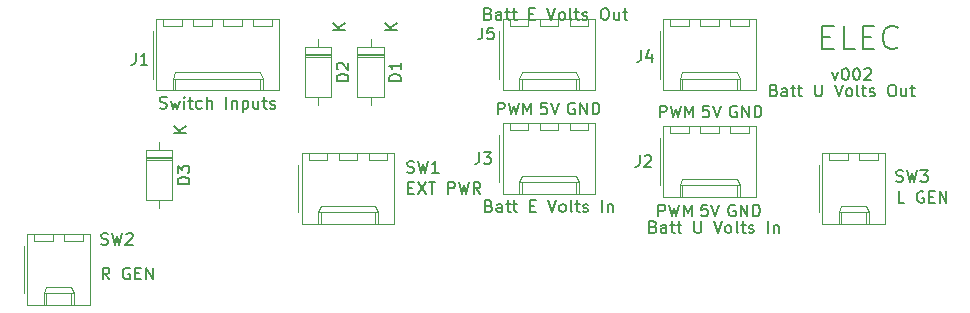
<source format=gbr>
G04 #@! TF.GenerationSoftware,KiCad,Pcbnew,(5.1.5-0-10_14)*
G04 #@! TF.CreationDate,2021-05-10T12:45:42+10:00*
G04 #@! TF.ProjectId,OH - Right Console - 1 - Electrical Power,4f48202d-2052-4696-9768-7420436f6e73,rev?*
G04 #@! TF.SameCoordinates,Original*
G04 #@! TF.FileFunction,Legend,Top*
G04 #@! TF.FilePolarity,Positive*
%FSLAX46Y46*%
G04 Gerber Fmt 4.6, Leading zero omitted, Abs format (unit mm)*
G04 Created by KiCad (PCBNEW (5.1.5-0-10_14)) date 2021-05-10 12:45:42*
%MOMM*%
%LPD*%
G04 APERTURE LIST*
%ADD10C,0.150000*%
%ADD11C,0.120000*%
G04 APERTURE END LIST*
D10*
X151511095Y-94750000D02*
X151415857Y-94702380D01*
X151273000Y-94702380D01*
X151130142Y-94750000D01*
X151034904Y-94845238D01*
X150987285Y-94940476D01*
X150939666Y-95130952D01*
X150939666Y-95273809D01*
X150987285Y-95464285D01*
X151034904Y-95559523D01*
X151130142Y-95654761D01*
X151273000Y-95702380D01*
X151368238Y-95702380D01*
X151511095Y-95654761D01*
X151558714Y-95607142D01*
X151558714Y-95273809D01*
X151368238Y-95273809D01*
X151987285Y-95702380D02*
X151987285Y-94702380D01*
X152558714Y-95702380D01*
X152558714Y-94702380D01*
X153034904Y-95702380D02*
X153034904Y-94702380D01*
X153273000Y-94702380D01*
X153415857Y-94750000D01*
X153511095Y-94845238D01*
X153558714Y-94940476D01*
X153606333Y-95130952D01*
X153606333Y-95273809D01*
X153558714Y-95464285D01*
X153511095Y-95559523D01*
X153415857Y-95654761D01*
X153273000Y-95702380D01*
X153034904Y-95702380D01*
X145026238Y-95702380D02*
X145026238Y-94702380D01*
X145407190Y-94702380D01*
X145502428Y-94750000D01*
X145550047Y-94797619D01*
X145597666Y-94892857D01*
X145597666Y-95035714D01*
X145550047Y-95130952D01*
X145502428Y-95178571D01*
X145407190Y-95226190D01*
X145026238Y-95226190D01*
X145931000Y-94702380D02*
X146169095Y-95702380D01*
X146359571Y-94988095D01*
X146550047Y-95702380D01*
X146788142Y-94702380D01*
X147169095Y-95702380D02*
X147169095Y-94702380D01*
X147502428Y-95416666D01*
X147835761Y-94702380D01*
X147835761Y-95702380D01*
X149161523Y-94702380D02*
X148685333Y-94702380D01*
X148637714Y-95178571D01*
X148685333Y-95130952D01*
X148780571Y-95083333D01*
X149018666Y-95083333D01*
X149113904Y-95130952D01*
X149161523Y-95178571D01*
X149209142Y-95273809D01*
X149209142Y-95511904D01*
X149161523Y-95607142D01*
X149113904Y-95654761D01*
X149018666Y-95702380D01*
X148780571Y-95702380D01*
X148685333Y-95654761D01*
X148637714Y-95607142D01*
X149494857Y-94702380D02*
X149828190Y-95702380D01*
X150161523Y-94702380D01*
X149288523Y-86320380D02*
X148812333Y-86320380D01*
X148764714Y-86796571D01*
X148812333Y-86748952D01*
X148907571Y-86701333D01*
X149145666Y-86701333D01*
X149240904Y-86748952D01*
X149288523Y-86796571D01*
X149336142Y-86891809D01*
X149336142Y-87129904D01*
X149288523Y-87225142D01*
X149240904Y-87272761D01*
X149145666Y-87320380D01*
X148907571Y-87320380D01*
X148812333Y-87272761D01*
X148764714Y-87225142D01*
X149621857Y-86320380D02*
X149955190Y-87320380D01*
X150288523Y-86320380D01*
X145153238Y-87320380D02*
X145153238Y-86320380D01*
X145534190Y-86320380D01*
X145629428Y-86368000D01*
X145677047Y-86415619D01*
X145724666Y-86510857D01*
X145724666Y-86653714D01*
X145677047Y-86748952D01*
X145629428Y-86796571D01*
X145534190Y-86844190D01*
X145153238Y-86844190D01*
X146058000Y-86320380D02*
X146296095Y-87320380D01*
X146486571Y-86606095D01*
X146677047Y-87320380D01*
X146915142Y-86320380D01*
X147296095Y-87320380D02*
X147296095Y-86320380D01*
X147629428Y-87034666D01*
X147962761Y-86320380D01*
X147962761Y-87320380D01*
X151638095Y-86368000D02*
X151542857Y-86320380D01*
X151400000Y-86320380D01*
X151257142Y-86368000D01*
X151161904Y-86463238D01*
X151114285Y-86558476D01*
X151066666Y-86748952D01*
X151066666Y-86891809D01*
X151114285Y-87082285D01*
X151161904Y-87177523D01*
X151257142Y-87272761D01*
X151400000Y-87320380D01*
X151495238Y-87320380D01*
X151638095Y-87272761D01*
X151685714Y-87225142D01*
X151685714Y-86891809D01*
X151495238Y-86891809D01*
X152114285Y-87320380D02*
X152114285Y-86320380D01*
X152685714Y-87320380D01*
X152685714Y-86320380D01*
X153161904Y-87320380D02*
X153161904Y-86320380D01*
X153400000Y-86320380D01*
X153542857Y-86368000D01*
X153638095Y-86463238D01*
X153685714Y-86558476D01*
X153733333Y-86748952D01*
X153733333Y-86891809D01*
X153685714Y-87082285D01*
X153638095Y-87177523D01*
X153542857Y-87272761D01*
X153400000Y-87320380D01*
X153161904Y-87320380D01*
X137922095Y-86114000D02*
X137826857Y-86066380D01*
X137684000Y-86066380D01*
X137541142Y-86114000D01*
X137445904Y-86209238D01*
X137398285Y-86304476D01*
X137350666Y-86494952D01*
X137350666Y-86637809D01*
X137398285Y-86828285D01*
X137445904Y-86923523D01*
X137541142Y-87018761D01*
X137684000Y-87066380D01*
X137779238Y-87066380D01*
X137922095Y-87018761D01*
X137969714Y-86971142D01*
X137969714Y-86637809D01*
X137779238Y-86637809D01*
X138398285Y-87066380D02*
X138398285Y-86066380D01*
X138969714Y-87066380D01*
X138969714Y-86066380D01*
X139445904Y-87066380D02*
X139445904Y-86066380D01*
X139684000Y-86066380D01*
X139826857Y-86114000D01*
X139922095Y-86209238D01*
X139969714Y-86304476D01*
X140017333Y-86494952D01*
X140017333Y-86637809D01*
X139969714Y-86828285D01*
X139922095Y-86923523D01*
X139826857Y-87018761D01*
X139684000Y-87066380D01*
X139445904Y-87066380D01*
X135572523Y-86066380D02*
X135096333Y-86066380D01*
X135048714Y-86542571D01*
X135096333Y-86494952D01*
X135191571Y-86447333D01*
X135429666Y-86447333D01*
X135524904Y-86494952D01*
X135572523Y-86542571D01*
X135620142Y-86637809D01*
X135620142Y-86875904D01*
X135572523Y-86971142D01*
X135524904Y-87018761D01*
X135429666Y-87066380D01*
X135191571Y-87066380D01*
X135096333Y-87018761D01*
X135048714Y-86971142D01*
X135905857Y-86066380D02*
X136239190Y-87066380D01*
X136572523Y-86066380D01*
X131437238Y-87066380D02*
X131437238Y-86066380D01*
X131818190Y-86066380D01*
X131913428Y-86114000D01*
X131961047Y-86161619D01*
X132008666Y-86256857D01*
X132008666Y-86399714D01*
X131961047Y-86494952D01*
X131913428Y-86542571D01*
X131818190Y-86590190D01*
X131437238Y-86590190D01*
X132342000Y-86066380D02*
X132580095Y-87066380D01*
X132770571Y-86352095D01*
X132961047Y-87066380D01*
X133199142Y-86066380D01*
X133580095Y-87066380D02*
X133580095Y-86066380D01*
X133913428Y-86780666D01*
X134246761Y-86066380D01*
X134246761Y-87066380D01*
X159750333Y-83478714D02*
X159988428Y-84145380D01*
X160226523Y-83478714D01*
X160797952Y-83145380D02*
X160893190Y-83145380D01*
X160988428Y-83193000D01*
X161036047Y-83240619D01*
X161083666Y-83335857D01*
X161131285Y-83526333D01*
X161131285Y-83764428D01*
X161083666Y-83954904D01*
X161036047Y-84050142D01*
X160988428Y-84097761D01*
X160893190Y-84145380D01*
X160797952Y-84145380D01*
X160702714Y-84097761D01*
X160655095Y-84050142D01*
X160607476Y-83954904D01*
X160559857Y-83764428D01*
X160559857Y-83526333D01*
X160607476Y-83335857D01*
X160655095Y-83240619D01*
X160702714Y-83193000D01*
X160797952Y-83145380D01*
X161750333Y-83145380D02*
X161845571Y-83145380D01*
X161940809Y-83193000D01*
X161988428Y-83240619D01*
X162036047Y-83335857D01*
X162083666Y-83526333D01*
X162083666Y-83764428D01*
X162036047Y-83954904D01*
X161988428Y-84050142D01*
X161940809Y-84097761D01*
X161845571Y-84145380D01*
X161750333Y-84145380D01*
X161655095Y-84097761D01*
X161607476Y-84050142D01*
X161559857Y-83954904D01*
X161512238Y-83764428D01*
X161512238Y-83526333D01*
X161559857Y-83335857D01*
X161607476Y-83240619D01*
X161655095Y-83193000D01*
X161750333Y-83145380D01*
X162464619Y-83240619D02*
X162512238Y-83193000D01*
X162607476Y-83145380D01*
X162845571Y-83145380D01*
X162940809Y-83193000D01*
X162988428Y-83240619D01*
X163036047Y-83335857D01*
X163036047Y-83431095D01*
X162988428Y-83573952D01*
X162417000Y-84145380D01*
X163036047Y-84145380D01*
X158909142Y-80502142D02*
X159575809Y-80502142D01*
X159861523Y-81549761D02*
X158909142Y-81549761D01*
X158909142Y-79549761D01*
X159861523Y-79549761D01*
X161671047Y-81549761D02*
X160718666Y-81549761D01*
X160718666Y-79549761D01*
X162337714Y-80502142D02*
X163004380Y-80502142D01*
X163290095Y-81549761D02*
X162337714Y-81549761D01*
X162337714Y-79549761D01*
X163290095Y-79549761D01*
X165290095Y-81359285D02*
X165194857Y-81454523D01*
X164909142Y-81549761D01*
X164718666Y-81549761D01*
X164432952Y-81454523D01*
X164242476Y-81264047D01*
X164147238Y-81073571D01*
X164052000Y-80692619D01*
X164052000Y-80406904D01*
X164147238Y-80025952D01*
X164242476Y-79835476D01*
X164432952Y-79645000D01*
X164718666Y-79549761D01*
X164909142Y-79549761D01*
X165194857Y-79645000D01*
X165290095Y-79740238D01*
D11*
X139103000Y-79612000D02*
X139103000Y-79012000D01*
X137503000Y-79612000D02*
X139103000Y-79612000D01*
X137503000Y-79012000D02*
X137503000Y-79612000D01*
X136563000Y-79612000D02*
X136563000Y-79012000D01*
X134963000Y-79612000D02*
X136563000Y-79612000D01*
X134963000Y-79012000D02*
X134963000Y-79612000D01*
X134023000Y-79612000D02*
X134023000Y-79012000D01*
X132423000Y-79612000D02*
X134023000Y-79612000D01*
X132423000Y-79012000D02*
X132423000Y-79612000D01*
X138053000Y-85032000D02*
X138053000Y-84032000D01*
X133473000Y-85032000D02*
X133473000Y-84032000D01*
X138053000Y-83502000D02*
X138303000Y-84032000D01*
X133473000Y-83502000D02*
X138053000Y-83502000D01*
X133223000Y-84032000D02*
X133473000Y-83502000D01*
X138303000Y-84032000D02*
X138303000Y-85032000D01*
X133223000Y-84032000D02*
X138303000Y-84032000D01*
X133223000Y-85032000D02*
X133223000Y-84032000D01*
X131553000Y-80042000D02*
X131553000Y-84042000D01*
X139683000Y-79012000D02*
X131843000Y-79012000D01*
X139683000Y-85032000D02*
X139683000Y-79012000D01*
X131843000Y-85032000D02*
X139683000Y-85032000D01*
X131843000Y-79012000D02*
X131843000Y-85032000D01*
X152692000Y-79612000D02*
X152692000Y-79012000D01*
X151092000Y-79612000D02*
X152692000Y-79612000D01*
X151092000Y-79012000D02*
X151092000Y-79612000D01*
X150152000Y-79612000D02*
X150152000Y-79012000D01*
X148552000Y-79612000D02*
X150152000Y-79612000D01*
X148552000Y-79012000D02*
X148552000Y-79612000D01*
X147612000Y-79612000D02*
X147612000Y-79012000D01*
X146012000Y-79612000D02*
X147612000Y-79612000D01*
X146012000Y-79012000D02*
X146012000Y-79612000D01*
X151642000Y-85032000D02*
X151642000Y-84032000D01*
X147062000Y-85032000D02*
X147062000Y-84032000D01*
X151642000Y-83502000D02*
X151892000Y-84032000D01*
X147062000Y-83502000D02*
X151642000Y-83502000D01*
X146812000Y-84032000D02*
X147062000Y-83502000D01*
X151892000Y-84032000D02*
X151892000Y-85032000D01*
X146812000Y-84032000D02*
X151892000Y-84032000D01*
X146812000Y-85032000D02*
X146812000Y-84032000D01*
X145142000Y-80042000D02*
X145142000Y-84042000D01*
X153272000Y-79012000D02*
X145432000Y-79012000D01*
X153272000Y-85032000D02*
X153272000Y-79012000D01*
X145432000Y-85032000D02*
X153272000Y-85032000D01*
X145432000Y-79012000D02*
X145432000Y-85032000D01*
X139103000Y-88375000D02*
X139103000Y-87775000D01*
X137503000Y-88375000D02*
X139103000Y-88375000D01*
X137503000Y-87775000D02*
X137503000Y-88375000D01*
X136563000Y-88375000D02*
X136563000Y-87775000D01*
X134963000Y-88375000D02*
X136563000Y-88375000D01*
X134963000Y-87775000D02*
X134963000Y-88375000D01*
X134023000Y-88375000D02*
X134023000Y-87775000D01*
X132423000Y-88375000D02*
X134023000Y-88375000D01*
X132423000Y-87775000D02*
X132423000Y-88375000D01*
X138053000Y-93795000D02*
X138053000Y-92795000D01*
X133473000Y-93795000D02*
X133473000Y-92795000D01*
X138053000Y-92265000D02*
X138303000Y-92795000D01*
X133473000Y-92265000D02*
X138053000Y-92265000D01*
X133223000Y-92795000D02*
X133473000Y-92265000D01*
X138303000Y-92795000D02*
X138303000Y-93795000D01*
X133223000Y-92795000D02*
X138303000Y-92795000D01*
X133223000Y-93795000D02*
X133223000Y-92795000D01*
X131553000Y-88805000D02*
X131553000Y-92805000D01*
X139683000Y-87775000D02*
X131843000Y-87775000D01*
X139683000Y-93795000D02*
X139683000Y-87775000D01*
X131843000Y-93795000D02*
X139683000Y-93795000D01*
X131843000Y-87775000D02*
X131843000Y-93795000D01*
X152692000Y-88629000D02*
X152692000Y-88029000D01*
X151092000Y-88629000D02*
X152692000Y-88629000D01*
X151092000Y-88029000D02*
X151092000Y-88629000D01*
X150152000Y-88629000D02*
X150152000Y-88029000D01*
X148552000Y-88629000D02*
X150152000Y-88629000D01*
X148552000Y-88029000D02*
X148552000Y-88629000D01*
X147612000Y-88629000D02*
X147612000Y-88029000D01*
X146012000Y-88629000D02*
X147612000Y-88629000D01*
X146012000Y-88029000D02*
X146012000Y-88629000D01*
X151642000Y-94049000D02*
X151642000Y-93049000D01*
X147062000Y-94049000D02*
X147062000Y-93049000D01*
X151642000Y-92519000D02*
X151892000Y-93049000D01*
X147062000Y-92519000D02*
X151642000Y-92519000D01*
X146812000Y-93049000D02*
X147062000Y-92519000D01*
X151892000Y-93049000D02*
X151892000Y-94049000D01*
X146812000Y-93049000D02*
X151892000Y-93049000D01*
X146812000Y-94049000D02*
X146812000Y-93049000D01*
X145142000Y-89059000D02*
X145142000Y-93059000D01*
X153272000Y-88029000D02*
X145432000Y-88029000D01*
X153272000Y-94049000D02*
X153272000Y-88029000D01*
X145432000Y-94049000D02*
X153272000Y-94049000D01*
X145432000Y-88029000D02*
X145432000Y-94049000D01*
X112306000Y-79612000D02*
X112306000Y-79012000D01*
X110706000Y-79612000D02*
X112306000Y-79612000D01*
X110706000Y-79012000D02*
X110706000Y-79612000D01*
X109766000Y-79612000D02*
X109766000Y-79012000D01*
X108166000Y-79612000D02*
X109766000Y-79612000D01*
X108166000Y-79012000D02*
X108166000Y-79612000D01*
X107226000Y-79612000D02*
X107226000Y-79012000D01*
X105626000Y-79612000D02*
X107226000Y-79612000D01*
X105626000Y-79012000D02*
X105626000Y-79612000D01*
X104686000Y-79612000D02*
X104686000Y-79012000D01*
X103086000Y-79612000D02*
X104686000Y-79612000D01*
X103086000Y-79012000D02*
X103086000Y-79612000D01*
X111256000Y-85032000D02*
X111256000Y-84032000D01*
X104136000Y-85032000D02*
X104136000Y-84032000D01*
X111256000Y-83502000D02*
X111506000Y-84032000D01*
X104136000Y-83502000D02*
X111256000Y-83502000D01*
X103886000Y-84032000D02*
X104136000Y-83502000D01*
X111506000Y-84032000D02*
X111506000Y-85032000D01*
X103886000Y-84032000D02*
X111506000Y-84032000D01*
X103886000Y-85032000D02*
X103886000Y-84032000D01*
X102216000Y-80042000D02*
X102216000Y-84042000D01*
X112886000Y-79012000D02*
X102506000Y-79012000D01*
X112886000Y-85032000D02*
X112886000Y-79012000D01*
X102506000Y-85032000D02*
X112886000Y-85032000D01*
X102506000Y-79012000D02*
X102506000Y-85032000D01*
X163614000Y-90915000D02*
X163614000Y-90315000D01*
X162014000Y-90915000D02*
X163614000Y-90915000D01*
X162014000Y-90315000D02*
X162014000Y-90915000D01*
X161074000Y-90915000D02*
X161074000Y-90315000D01*
X159474000Y-90915000D02*
X161074000Y-90915000D01*
X159474000Y-90315000D02*
X159474000Y-90915000D01*
X162564000Y-96335000D02*
X162564000Y-95335000D01*
X160524000Y-96335000D02*
X160524000Y-95335000D01*
X162564000Y-94805000D02*
X162814000Y-95335000D01*
X160524000Y-94805000D02*
X162564000Y-94805000D01*
X160274000Y-95335000D02*
X160524000Y-94805000D01*
X162814000Y-95335000D02*
X162814000Y-96335000D01*
X160274000Y-95335000D02*
X162814000Y-95335000D01*
X160274000Y-96335000D02*
X160274000Y-95335000D01*
X158604000Y-91345000D02*
X158604000Y-95345000D01*
X164194000Y-90315000D02*
X158894000Y-90315000D01*
X164194000Y-96335000D02*
X164194000Y-90315000D01*
X158894000Y-96335000D02*
X164194000Y-96335000D01*
X158894000Y-90315000D02*
X158894000Y-96335000D01*
X96304000Y-97773000D02*
X96304000Y-97173000D01*
X94704000Y-97773000D02*
X96304000Y-97773000D01*
X94704000Y-97173000D02*
X94704000Y-97773000D01*
X93764000Y-97773000D02*
X93764000Y-97173000D01*
X92164000Y-97773000D02*
X93764000Y-97773000D01*
X92164000Y-97173000D02*
X92164000Y-97773000D01*
X95254000Y-103193000D02*
X95254000Y-102193000D01*
X93214000Y-103193000D02*
X93214000Y-102193000D01*
X95254000Y-101663000D02*
X95504000Y-102193000D01*
X93214000Y-101663000D02*
X95254000Y-101663000D01*
X92964000Y-102193000D02*
X93214000Y-101663000D01*
X95504000Y-102193000D02*
X95504000Y-103193000D01*
X92964000Y-102193000D02*
X95504000Y-102193000D01*
X92964000Y-103193000D02*
X92964000Y-102193000D01*
X91294000Y-98203000D02*
X91294000Y-102203000D01*
X96884000Y-97173000D02*
X91584000Y-97173000D01*
X96884000Y-103193000D02*
X96884000Y-97173000D01*
X91584000Y-103193000D02*
X96884000Y-103193000D01*
X91584000Y-97173000D02*
X91584000Y-103193000D01*
X122085000Y-90915000D02*
X122085000Y-90315000D01*
X120485000Y-90915000D02*
X122085000Y-90915000D01*
X120485000Y-90315000D02*
X120485000Y-90915000D01*
X119545000Y-90915000D02*
X119545000Y-90315000D01*
X117945000Y-90915000D02*
X119545000Y-90915000D01*
X117945000Y-90315000D02*
X117945000Y-90915000D01*
X117005000Y-90915000D02*
X117005000Y-90315000D01*
X115405000Y-90915000D02*
X117005000Y-90915000D01*
X115405000Y-90315000D02*
X115405000Y-90915000D01*
X121035000Y-96335000D02*
X121035000Y-95335000D01*
X116455000Y-96335000D02*
X116455000Y-95335000D01*
X121035000Y-94805000D02*
X121285000Y-95335000D01*
X116455000Y-94805000D02*
X121035000Y-94805000D01*
X116205000Y-95335000D02*
X116455000Y-94805000D01*
X121285000Y-95335000D02*
X121285000Y-96335000D01*
X116205000Y-95335000D02*
X121285000Y-95335000D01*
X116205000Y-96335000D02*
X116205000Y-95335000D01*
X114535000Y-91345000D02*
X114535000Y-95345000D01*
X122665000Y-90315000D02*
X114825000Y-90315000D01*
X122665000Y-96335000D02*
X122665000Y-90315000D01*
X114825000Y-96335000D02*
X122665000Y-96335000D01*
X114825000Y-90315000D02*
X114825000Y-96335000D01*
X103863000Y-90682000D02*
X101623000Y-90682000D01*
X103863000Y-90922000D02*
X101623000Y-90922000D01*
X103863000Y-90802000D02*
X101623000Y-90802000D01*
X102743000Y-94972000D02*
X102743000Y-94322000D01*
X102743000Y-89432000D02*
X102743000Y-90082000D01*
X103863000Y-94322000D02*
X103863000Y-90082000D01*
X101623000Y-94322000D02*
X103863000Y-94322000D01*
X101623000Y-90082000D02*
X101623000Y-94322000D01*
X103863000Y-90082000D02*
X101623000Y-90082000D01*
X117325000Y-81962000D02*
X115085000Y-81962000D01*
X117325000Y-82202000D02*
X115085000Y-82202000D01*
X117325000Y-82082000D02*
X115085000Y-82082000D01*
X116205000Y-86252000D02*
X116205000Y-85602000D01*
X116205000Y-80712000D02*
X116205000Y-81362000D01*
X117325000Y-85602000D02*
X117325000Y-81362000D01*
X115085000Y-85602000D02*
X117325000Y-85602000D01*
X115085000Y-81362000D02*
X115085000Y-85602000D01*
X117325000Y-81362000D02*
X115085000Y-81362000D01*
X121770000Y-81962000D02*
X119530000Y-81962000D01*
X121770000Y-82202000D02*
X119530000Y-82202000D01*
X121770000Y-82082000D02*
X119530000Y-82082000D01*
X120650000Y-86252000D02*
X120650000Y-85602000D01*
X120650000Y-80712000D02*
X120650000Y-81362000D01*
X121770000Y-85602000D02*
X121770000Y-81362000D01*
X119530000Y-85602000D02*
X121770000Y-85602000D01*
X119530000Y-81362000D02*
X119530000Y-85602000D01*
X121770000Y-81362000D02*
X119530000Y-81362000D01*
D10*
X130095666Y-79716380D02*
X130095666Y-80430666D01*
X130048047Y-80573523D01*
X129952809Y-80668761D01*
X129809952Y-80716380D01*
X129714714Y-80716380D01*
X131048047Y-79716380D02*
X130571857Y-79716380D01*
X130524238Y-80192571D01*
X130571857Y-80144952D01*
X130667095Y-80097333D01*
X130905190Y-80097333D01*
X131000428Y-80144952D01*
X131048047Y-80192571D01*
X131095666Y-80287809D01*
X131095666Y-80525904D01*
X131048047Y-80621142D01*
X131000428Y-80668761D01*
X130905190Y-80716380D01*
X130667095Y-80716380D01*
X130571857Y-80668761D01*
X130524238Y-80621142D01*
X130628142Y-78541571D02*
X130771000Y-78589190D01*
X130818619Y-78636809D01*
X130866238Y-78732047D01*
X130866238Y-78874904D01*
X130818619Y-78970142D01*
X130771000Y-79017761D01*
X130675761Y-79065380D01*
X130294809Y-79065380D01*
X130294809Y-78065380D01*
X130628142Y-78065380D01*
X130723380Y-78113000D01*
X130771000Y-78160619D01*
X130818619Y-78255857D01*
X130818619Y-78351095D01*
X130771000Y-78446333D01*
X130723380Y-78493952D01*
X130628142Y-78541571D01*
X130294809Y-78541571D01*
X131723380Y-79065380D02*
X131723380Y-78541571D01*
X131675761Y-78446333D01*
X131580523Y-78398714D01*
X131390047Y-78398714D01*
X131294809Y-78446333D01*
X131723380Y-79017761D02*
X131628142Y-79065380D01*
X131390047Y-79065380D01*
X131294809Y-79017761D01*
X131247190Y-78922523D01*
X131247190Y-78827285D01*
X131294809Y-78732047D01*
X131390047Y-78684428D01*
X131628142Y-78684428D01*
X131723380Y-78636809D01*
X132056714Y-78398714D02*
X132437666Y-78398714D01*
X132199571Y-78065380D02*
X132199571Y-78922523D01*
X132247190Y-79017761D01*
X132342428Y-79065380D01*
X132437666Y-79065380D01*
X132628142Y-78398714D02*
X133009095Y-78398714D01*
X132771000Y-78065380D02*
X132771000Y-78922523D01*
X132818619Y-79017761D01*
X132913857Y-79065380D01*
X133009095Y-79065380D01*
X134104333Y-78541571D02*
X134437666Y-78541571D01*
X134580523Y-79065380D02*
X134104333Y-79065380D01*
X134104333Y-78065380D01*
X134580523Y-78065380D01*
X135628142Y-78065380D02*
X135961476Y-79065380D01*
X136294809Y-78065380D01*
X136771000Y-79065380D02*
X136675761Y-79017761D01*
X136628142Y-78970142D01*
X136580523Y-78874904D01*
X136580523Y-78589190D01*
X136628142Y-78493952D01*
X136675761Y-78446333D01*
X136771000Y-78398714D01*
X136913857Y-78398714D01*
X137009095Y-78446333D01*
X137056714Y-78493952D01*
X137104333Y-78589190D01*
X137104333Y-78874904D01*
X137056714Y-78970142D01*
X137009095Y-79017761D01*
X136913857Y-79065380D01*
X136771000Y-79065380D01*
X137675761Y-79065380D02*
X137580523Y-79017761D01*
X137532904Y-78922523D01*
X137532904Y-78065380D01*
X137913857Y-78398714D02*
X138294809Y-78398714D01*
X138056714Y-78065380D02*
X138056714Y-78922523D01*
X138104333Y-79017761D01*
X138199571Y-79065380D01*
X138294809Y-79065380D01*
X138580523Y-79017761D02*
X138675761Y-79065380D01*
X138866238Y-79065380D01*
X138961476Y-79017761D01*
X139009095Y-78922523D01*
X139009095Y-78874904D01*
X138961476Y-78779666D01*
X138866238Y-78732047D01*
X138723380Y-78732047D01*
X138628142Y-78684428D01*
X138580523Y-78589190D01*
X138580523Y-78541571D01*
X138628142Y-78446333D01*
X138723380Y-78398714D01*
X138866238Y-78398714D01*
X138961476Y-78446333D01*
X140390047Y-78065380D02*
X140580523Y-78065380D01*
X140675761Y-78113000D01*
X140771000Y-78208238D01*
X140818619Y-78398714D01*
X140818619Y-78732047D01*
X140771000Y-78922523D01*
X140675761Y-79017761D01*
X140580523Y-79065380D01*
X140390047Y-79065380D01*
X140294809Y-79017761D01*
X140199571Y-78922523D01*
X140151952Y-78732047D01*
X140151952Y-78398714D01*
X140199571Y-78208238D01*
X140294809Y-78113000D01*
X140390047Y-78065380D01*
X141675761Y-78398714D02*
X141675761Y-79065380D01*
X141247190Y-78398714D02*
X141247190Y-78922523D01*
X141294809Y-79017761D01*
X141390047Y-79065380D01*
X141532904Y-79065380D01*
X141628142Y-79017761D01*
X141675761Y-78970142D01*
X142009095Y-78398714D02*
X142390047Y-78398714D01*
X142151952Y-78065380D02*
X142151952Y-78922523D01*
X142199571Y-79017761D01*
X142294809Y-79065380D01*
X142390047Y-79065380D01*
X143557666Y-81621380D02*
X143557666Y-82335666D01*
X143510047Y-82478523D01*
X143414809Y-82573761D01*
X143271952Y-82621380D01*
X143176714Y-82621380D01*
X144462428Y-81954714D02*
X144462428Y-82621380D01*
X144224333Y-81573761D02*
X143986238Y-82288047D01*
X144605285Y-82288047D01*
X154813714Y-85018571D02*
X154956571Y-85066190D01*
X155004190Y-85113809D01*
X155051809Y-85209047D01*
X155051809Y-85351904D01*
X155004190Y-85447142D01*
X154956571Y-85494761D01*
X154861333Y-85542380D01*
X154480380Y-85542380D01*
X154480380Y-84542380D01*
X154813714Y-84542380D01*
X154908952Y-84590000D01*
X154956571Y-84637619D01*
X155004190Y-84732857D01*
X155004190Y-84828095D01*
X154956571Y-84923333D01*
X154908952Y-84970952D01*
X154813714Y-85018571D01*
X154480380Y-85018571D01*
X155908952Y-85542380D02*
X155908952Y-85018571D01*
X155861333Y-84923333D01*
X155766095Y-84875714D01*
X155575619Y-84875714D01*
X155480380Y-84923333D01*
X155908952Y-85494761D02*
X155813714Y-85542380D01*
X155575619Y-85542380D01*
X155480380Y-85494761D01*
X155432761Y-85399523D01*
X155432761Y-85304285D01*
X155480380Y-85209047D01*
X155575619Y-85161428D01*
X155813714Y-85161428D01*
X155908952Y-85113809D01*
X156242285Y-84875714D02*
X156623238Y-84875714D01*
X156385142Y-84542380D02*
X156385142Y-85399523D01*
X156432761Y-85494761D01*
X156528000Y-85542380D01*
X156623238Y-85542380D01*
X156813714Y-84875714D02*
X157194666Y-84875714D01*
X156956571Y-84542380D02*
X156956571Y-85399523D01*
X157004190Y-85494761D01*
X157099428Y-85542380D01*
X157194666Y-85542380D01*
X158289904Y-84542380D02*
X158289904Y-85351904D01*
X158337523Y-85447142D01*
X158385142Y-85494761D01*
X158480380Y-85542380D01*
X158670857Y-85542380D01*
X158766095Y-85494761D01*
X158813714Y-85447142D01*
X158861333Y-85351904D01*
X158861333Y-84542380D01*
X159956571Y-84542380D02*
X160289904Y-85542380D01*
X160623238Y-84542380D01*
X161099428Y-85542380D02*
X161004190Y-85494761D01*
X160956571Y-85447142D01*
X160908952Y-85351904D01*
X160908952Y-85066190D01*
X160956571Y-84970952D01*
X161004190Y-84923333D01*
X161099428Y-84875714D01*
X161242285Y-84875714D01*
X161337523Y-84923333D01*
X161385142Y-84970952D01*
X161432761Y-85066190D01*
X161432761Y-85351904D01*
X161385142Y-85447142D01*
X161337523Y-85494761D01*
X161242285Y-85542380D01*
X161099428Y-85542380D01*
X162004190Y-85542380D02*
X161908952Y-85494761D01*
X161861333Y-85399523D01*
X161861333Y-84542380D01*
X162242285Y-84875714D02*
X162623238Y-84875714D01*
X162385142Y-84542380D02*
X162385142Y-85399523D01*
X162432761Y-85494761D01*
X162528000Y-85542380D01*
X162623238Y-85542380D01*
X162908952Y-85494761D02*
X163004190Y-85542380D01*
X163194666Y-85542380D01*
X163289904Y-85494761D01*
X163337523Y-85399523D01*
X163337523Y-85351904D01*
X163289904Y-85256666D01*
X163194666Y-85209047D01*
X163051809Y-85209047D01*
X162956571Y-85161428D01*
X162908952Y-85066190D01*
X162908952Y-85018571D01*
X162956571Y-84923333D01*
X163051809Y-84875714D01*
X163194666Y-84875714D01*
X163289904Y-84923333D01*
X164718476Y-84542380D02*
X164908952Y-84542380D01*
X165004190Y-84590000D01*
X165099428Y-84685238D01*
X165147047Y-84875714D01*
X165147047Y-85209047D01*
X165099428Y-85399523D01*
X165004190Y-85494761D01*
X164908952Y-85542380D01*
X164718476Y-85542380D01*
X164623238Y-85494761D01*
X164528000Y-85399523D01*
X164480380Y-85209047D01*
X164480380Y-84875714D01*
X164528000Y-84685238D01*
X164623238Y-84590000D01*
X164718476Y-84542380D01*
X166004190Y-84875714D02*
X166004190Y-85542380D01*
X165575619Y-84875714D02*
X165575619Y-85399523D01*
X165623238Y-85494761D01*
X165718476Y-85542380D01*
X165861333Y-85542380D01*
X165956571Y-85494761D01*
X166004190Y-85447142D01*
X166337523Y-84875714D02*
X166718476Y-84875714D01*
X166480380Y-84542380D02*
X166480380Y-85399523D01*
X166528000Y-85494761D01*
X166623238Y-85542380D01*
X166718476Y-85542380D01*
X129841666Y-90257380D02*
X129841666Y-90971666D01*
X129794047Y-91114523D01*
X129698809Y-91209761D01*
X129555952Y-91257380D01*
X129460714Y-91257380D01*
X130222619Y-90257380D02*
X130841666Y-90257380D01*
X130508333Y-90638333D01*
X130651190Y-90638333D01*
X130746428Y-90685952D01*
X130794047Y-90733571D01*
X130841666Y-90828809D01*
X130841666Y-91066904D01*
X130794047Y-91162142D01*
X130746428Y-91209761D01*
X130651190Y-91257380D01*
X130365476Y-91257380D01*
X130270238Y-91209761D01*
X130222619Y-91162142D01*
X130691571Y-94813571D02*
X130834428Y-94861190D01*
X130882047Y-94908809D01*
X130929666Y-95004047D01*
X130929666Y-95146904D01*
X130882047Y-95242142D01*
X130834428Y-95289761D01*
X130739190Y-95337380D01*
X130358238Y-95337380D01*
X130358238Y-94337380D01*
X130691571Y-94337380D01*
X130786809Y-94385000D01*
X130834428Y-94432619D01*
X130882047Y-94527857D01*
X130882047Y-94623095D01*
X130834428Y-94718333D01*
X130786809Y-94765952D01*
X130691571Y-94813571D01*
X130358238Y-94813571D01*
X131786809Y-95337380D02*
X131786809Y-94813571D01*
X131739190Y-94718333D01*
X131643952Y-94670714D01*
X131453476Y-94670714D01*
X131358238Y-94718333D01*
X131786809Y-95289761D02*
X131691571Y-95337380D01*
X131453476Y-95337380D01*
X131358238Y-95289761D01*
X131310619Y-95194523D01*
X131310619Y-95099285D01*
X131358238Y-95004047D01*
X131453476Y-94956428D01*
X131691571Y-94956428D01*
X131786809Y-94908809D01*
X132120142Y-94670714D02*
X132501095Y-94670714D01*
X132263000Y-94337380D02*
X132263000Y-95194523D01*
X132310619Y-95289761D01*
X132405857Y-95337380D01*
X132501095Y-95337380D01*
X132691571Y-94670714D02*
X133072523Y-94670714D01*
X132834428Y-94337380D02*
X132834428Y-95194523D01*
X132882047Y-95289761D01*
X132977285Y-95337380D01*
X133072523Y-95337380D01*
X134167761Y-94813571D02*
X134501095Y-94813571D01*
X134643952Y-95337380D02*
X134167761Y-95337380D01*
X134167761Y-94337380D01*
X134643952Y-94337380D01*
X135691571Y-94337380D02*
X136024904Y-95337380D01*
X136358238Y-94337380D01*
X136834428Y-95337380D02*
X136739190Y-95289761D01*
X136691571Y-95242142D01*
X136643952Y-95146904D01*
X136643952Y-94861190D01*
X136691571Y-94765952D01*
X136739190Y-94718333D01*
X136834428Y-94670714D01*
X136977285Y-94670714D01*
X137072523Y-94718333D01*
X137120142Y-94765952D01*
X137167761Y-94861190D01*
X137167761Y-95146904D01*
X137120142Y-95242142D01*
X137072523Y-95289761D01*
X136977285Y-95337380D01*
X136834428Y-95337380D01*
X137739190Y-95337380D02*
X137643952Y-95289761D01*
X137596333Y-95194523D01*
X137596333Y-94337380D01*
X137977285Y-94670714D02*
X138358238Y-94670714D01*
X138120142Y-94337380D02*
X138120142Y-95194523D01*
X138167761Y-95289761D01*
X138263000Y-95337380D01*
X138358238Y-95337380D01*
X138643952Y-95289761D02*
X138739190Y-95337380D01*
X138929666Y-95337380D01*
X139024904Y-95289761D01*
X139072523Y-95194523D01*
X139072523Y-95146904D01*
X139024904Y-95051666D01*
X138929666Y-95004047D01*
X138786809Y-95004047D01*
X138691571Y-94956428D01*
X138643952Y-94861190D01*
X138643952Y-94813571D01*
X138691571Y-94718333D01*
X138786809Y-94670714D01*
X138929666Y-94670714D01*
X139024904Y-94718333D01*
X140263000Y-95337380D02*
X140263000Y-94337380D01*
X140739190Y-94670714D02*
X140739190Y-95337380D01*
X140739190Y-94765952D02*
X140786809Y-94718333D01*
X140882047Y-94670714D01*
X141024904Y-94670714D01*
X141120142Y-94718333D01*
X141167761Y-94813571D01*
X141167761Y-95337380D01*
X143430666Y-90511380D02*
X143430666Y-91225666D01*
X143383047Y-91368523D01*
X143287809Y-91463761D01*
X143144952Y-91511380D01*
X143049714Y-91511380D01*
X143859238Y-90606619D02*
X143906857Y-90559000D01*
X144002095Y-90511380D01*
X144240190Y-90511380D01*
X144335428Y-90559000D01*
X144383047Y-90606619D01*
X144430666Y-90701857D01*
X144430666Y-90797095D01*
X144383047Y-90939952D01*
X143811619Y-91511380D01*
X144430666Y-91511380D01*
X144590142Y-96575571D02*
X144733000Y-96623190D01*
X144780619Y-96670809D01*
X144828238Y-96766047D01*
X144828238Y-96908904D01*
X144780619Y-97004142D01*
X144733000Y-97051761D01*
X144637761Y-97099380D01*
X144256809Y-97099380D01*
X144256809Y-96099380D01*
X144590142Y-96099380D01*
X144685380Y-96147000D01*
X144733000Y-96194619D01*
X144780619Y-96289857D01*
X144780619Y-96385095D01*
X144733000Y-96480333D01*
X144685380Y-96527952D01*
X144590142Y-96575571D01*
X144256809Y-96575571D01*
X145685380Y-97099380D02*
X145685380Y-96575571D01*
X145637761Y-96480333D01*
X145542523Y-96432714D01*
X145352047Y-96432714D01*
X145256809Y-96480333D01*
X145685380Y-97051761D02*
X145590142Y-97099380D01*
X145352047Y-97099380D01*
X145256809Y-97051761D01*
X145209190Y-96956523D01*
X145209190Y-96861285D01*
X145256809Y-96766047D01*
X145352047Y-96718428D01*
X145590142Y-96718428D01*
X145685380Y-96670809D01*
X146018714Y-96432714D02*
X146399666Y-96432714D01*
X146161571Y-96099380D02*
X146161571Y-96956523D01*
X146209190Y-97051761D01*
X146304428Y-97099380D01*
X146399666Y-97099380D01*
X146590142Y-96432714D02*
X146971095Y-96432714D01*
X146733000Y-96099380D02*
X146733000Y-96956523D01*
X146780619Y-97051761D01*
X146875857Y-97099380D01*
X146971095Y-97099380D01*
X148066333Y-96099380D02*
X148066333Y-96908904D01*
X148113952Y-97004142D01*
X148161571Y-97051761D01*
X148256809Y-97099380D01*
X148447285Y-97099380D01*
X148542523Y-97051761D01*
X148590142Y-97004142D01*
X148637761Y-96908904D01*
X148637761Y-96099380D01*
X149733000Y-96099380D02*
X150066333Y-97099380D01*
X150399666Y-96099380D01*
X150875857Y-97099380D02*
X150780619Y-97051761D01*
X150733000Y-97004142D01*
X150685380Y-96908904D01*
X150685380Y-96623190D01*
X150733000Y-96527952D01*
X150780619Y-96480333D01*
X150875857Y-96432714D01*
X151018714Y-96432714D01*
X151113952Y-96480333D01*
X151161571Y-96527952D01*
X151209190Y-96623190D01*
X151209190Y-96908904D01*
X151161571Y-97004142D01*
X151113952Y-97051761D01*
X151018714Y-97099380D01*
X150875857Y-97099380D01*
X151780619Y-97099380D02*
X151685380Y-97051761D01*
X151637761Y-96956523D01*
X151637761Y-96099380D01*
X152018714Y-96432714D02*
X152399666Y-96432714D01*
X152161571Y-96099380D02*
X152161571Y-96956523D01*
X152209190Y-97051761D01*
X152304428Y-97099380D01*
X152399666Y-97099380D01*
X152685380Y-97051761D02*
X152780619Y-97099380D01*
X152971095Y-97099380D01*
X153066333Y-97051761D01*
X153113952Y-96956523D01*
X153113952Y-96908904D01*
X153066333Y-96813666D01*
X152971095Y-96766047D01*
X152828238Y-96766047D01*
X152733000Y-96718428D01*
X152685380Y-96623190D01*
X152685380Y-96575571D01*
X152733000Y-96480333D01*
X152828238Y-96432714D01*
X152971095Y-96432714D01*
X153066333Y-96480333D01*
X154304428Y-97099380D02*
X154304428Y-96099380D01*
X154780619Y-96432714D02*
X154780619Y-97099380D01*
X154780619Y-96527952D02*
X154828238Y-96480333D01*
X154923476Y-96432714D01*
X155066333Y-96432714D01*
X155161571Y-96480333D01*
X155209190Y-96575571D01*
X155209190Y-97099380D01*
X100758666Y-81875380D02*
X100758666Y-82589666D01*
X100711047Y-82732523D01*
X100615809Y-82827761D01*
X100472952Y-82875380D01*
X100377714Y-82875380D01*
X101758666Y-82875380D02*
X101187238Y-82875380D01*
X101472952Y-82875380D02*
X101472952Y-81875380D01*
X101377714Y-82018238D01*
X101282476Y-82113476D01*
X101187238Y-82161095D01*
X102815047Y-86526761D02*
X102957904Y-86574380D01*
X103196000Y-86574380D01*
X103291238Y-86526761D01*
X103338857Y-86479142D01*
X103386476Y-86383904D01*
X103386476Y-86288666D01*
X103338857Y-86193428D01*
X103291238Y-86145809D01*
X103196000Y-86098190D01*
X103005523Y-86050571D01*
X102910285Y-86002952D01*
X102862666Y-85955333D01*
X102815047Y-85860095D01*
X102815047Y-85764857D01*
X102862666Y-85669619D01*
X102910285Y-85622000D01*
X103005523Y-85574380D01*
X103243619Y-85574380D01*
X103386476Y-85622000D01*
X103719809Y-85907714D02*
X103910285Y-86574380D01*
X104100761Y-86098190D01*
X104291238Y-86574380D01*
X104481714Y-85907714D01*
X104862666Y-86574380D02*
X104862666Y-85907714D01*
X104862666Y-85574380D02*
X104815047Y-85622000D01*
X104862666Y-85669619D01*
X104910285Y-85622000D01*
X104862666Y-85574380D01*
X104862666Y-85669619D01*
X105196000Y-85907714D02*
X105576952Y-85907714D01*
X105338857Y-85574380D02*
X105338857Y-86431523D01*
X105386476Y-86526761D01*
X105481714Y-86574380D01*
X105576952Y-86574380D01*
X106338857Y-86526761D02*
X106243619Y-86574380D01*
X106053142Y-86574380D01*
X105957904Y-86526761D01*
X105910285Y-86479142D01*
X105862666Y-86383904D01*
X105862666Y-86098190D01*
X105910285Y-86002952D01*
X105957904Y-85955333D01*
X106053142Y-85907714D01*
X106243619Y-85907714D01*
X106338857Y-85955333D01*
X106767428Y-86574380D02*
X106767428Y-85574380D01*
X107196000Y-86574380D02*
X107196000Y-86050571D01*
X107148380Y-85955333D01*
X107053142Y-85907714D01*
X106910285Y-85907714D01*
X106815047Y-85955333D01*
X106767428Y-86002952D01*
X108434095Y-86574380D02*
X108434095Y-85574380D01*
X108910285Y-85907714D02*
X108910285Y-86574380D01*
X108910285Y-86002952D02*
X108957904Y-85955333D01*
X109053142Y-85907714D01*
X109196000Y-85907714D01*
X109291238Y-85955333D01*
X109338857Y-86050571D01*
X109338857Y-86574380D01*
X109815047Y-85907714D02*
X109815047Y-86907714D01*
X109815047Y-85955333D02*
X109910285Y-85907714D01*
X110100761Y-85907714D01*
X110196000Y-85955333D01*
X110243619Y-86002952D01*
X110291238Y-86098190D01*
X110291238Y-86383904D01*
X110243619Y-86479142D01*
X110196000Y-86526761D01*
X110100761Y-86574380D01*
X109910285Y-86574380D01*
X109815047Y-86526761D01*
X111148380Y-85907714D02*
X111148380Y-86574380D01*
X110719809Y-85907714D02*
X110719809Y-86431523D01*
X110767428Y-86526761D01*
X110862666Y-86574380D01*
X111005523Y-86574380D01*
X111100761Y-86526761D01*
X111148380Y-86479142D01*
X111481714Y-85907714D02*
X111862666Y-85907714D01*
X111624571Y-85574380D02*
X111624571Y-86431523D01*
X111672190Y-86526761D01*
X111767428Y-86574380D01*
X111862666Y-86574380D01*
X112148380Y-86526761D02*
X112243619Y-86574380D01*
X112434095Y-86574380D01*
X112529333Y-86526761D01*
X112576952Y-86431523D01*
X112576952Y-86383904D01*
X112529333Y-86288666D01*
X112434095Y-86241047D01*
X112291238Y-86241047D01*
X112196000Y-86193428D01*
X112148380Y-86098190D01*
X112148380Y-86050571D01*
X112196000Y-85955333D01*
X112291238Y-85907714D01*
X112434095Y-85907714D01*
X112529333Y-85955333D01*
X165163666Y-92733761D02*
X165306523Y-92781380D01*
X165544619Y-92781380D01*
X165639857Y-92733761D01*
X165687476Y-92686142D01*
X165735095Y-92590904D01*
X165735095Y-92495666D01*
X165687476Y-92400428D01*
X165639857Y-92352809D01*
X165544619Y-92305190D01*
X165354142Y-92257571D01*
X165258904Y-92209952D01*
X165211285Y-92162333D01*
X165163666Y-92067095D01*
X165163666Y-91971857D01*
X165211285Y-91876619D01*
X165258904Y-91829000D01*
X165354142Y-91781380D01*
X165592238Y-91781380D01*
X165735095Y-91829000D01*
X166068428Y-91781380D02*
X166306523Y-92781380D01*
X166497000Y-92067095D01*
X166687476Y-92781380D01*
X166925571Y-91781380D01*
X167211285Y-91781380D02*
X167830333Y-91781380D01*
X167497000Y-92162333D01*
X167639857Y-92162333D01*
X167735095Y-92209952D01*
X167782714Y-92257571D01*
X167830333Y-92352809D01*
X167830333Y-92590904D01*
X167782714Y-92686142D01*
X167735095Y-92733761D01*
X167639857Y-92781380D01*
X167354142Y-92781380D01*
X167258904Y-92733761D01*
X167211285Y-92686142D01*
X165838380Y-94559380D02*
X165362190Y-94559380D01*
X165362190Y-93559380D01*
X167457428Y-93607000D02*
X167362190Y-93559380D01*
X167219333Y-93559380D01*
X167076476Y-93607000D01*
X166981238Y-93702238D01*
X166933619Y-93797476D01*
X166886000Y-93987952D01*
X166886000Y-94130809D01*
X166933619Y-94321285D01*
X166981238Y-94416523D01*
X167076476Y-94511761D01*
X167219333Y-94559380D01*
X167314571Y-94559380D01*
X167457428Y-94511761D01*
X167505047Y-94464142D01*
X167505047Y-94130809D01*
X167314571Y-94130809D01*
X167933619Y-94035571D02*
X168266952Y-94035571D01*
X168409809Y-94559380D02*
X167933619Y-94559380D01*
X167933619Y-93559380D01*
X168409809Y-93559380D01*
X168838380Y-94559380D02*
X168838380Y-93559380D01*
X169409809Y-94559380D01*
X169409809Y-93559380D01*
X97853666Y-98067761D02*
X97996523Y-98115380D01*
X98234619Y-98115380D01*
X98329857Y-98067761D01*
X98377476Y-98020142D01*
X98425095Y-97924904D01*
X98425095Y-97829666D01*
X98377476Y-97734428D01*
X98329857Y-97686809D01*
X98234619Y-97639190D01*
X98044142Y-97591571D01*
X97948904Y-97543952D01*
X97901285Y-97496333D01*
X97853666Y-97401095D01*
X97853666Y-97305857D01*
X97901285Y-97210619D01*
X97948904Y-97163000D01*
X98044142Y-97115380D01*
X98282238Y-97115380D01*
X98425095Y-97163000D01*
X98758428Y-97115380D02*
X98996523Y-98115380D01*
X99187000Y-97401095D01*
X99377476Y-98115380D01*
X99615571Y-97115380D01*
X99948904Y-97210619D02*
X99996523Y-97163000D01*
X100091761Y-97115380D01*
X100329857Y-97115380D01*
X100425095Y-97163000D01*
X100472714Y-97210619D01*
X100520333Y-97305857D01*
X100520333Y-97401095D01*
X100472714Y-97543952D01*
X99901285Y-98115380D01*
X100520333Y-98115380D01*
X98528380Y-101036380D02*
X98195047Y-100560190D01*
X97956952Y-101036380D02*
X97956952Y-100036380D01*
X98337904Y-100036380D01*
X98433142Y-100084000D01*
X98480761Y-100131619D01*
X98528380Y-100226857D01*
X98528380Y-100369714D01*
X98480761Y-100464952D01*
X98433142Y-100512571D01*
X98337904Y-100560190D01*
X97956952Y-100560190D01*
X100242666Y-100084000D02*
X100147428Y-100036380D01*
X100004571Y-100036380D01*
X99861714Y-100084000D01*
X99766476Y-100179238D01*
X99718857Y-100274476D01*
X99671238Y-100464952D01*
X99671238Y-100607809D01*
X99718857Y-100798285D01*
X99766476Y-100893523D01*
X99861714Y-100988761D01*
X100004571Y-101036380D01*
X100099809Y-101036380D01*
X100242666Y-100988761D01*
X100290285Y-100941142D01*
X100290285Y-100607809D01*
X100099809Y-100607809D01*
X100718857Y-100512571D02*
X101052190Y-100512571D01*
X101195047Y-101036380D02*
X100718857Y-101036380D01*
X100718857Y-100036380D01*
X101195047Y-100036380D01*
X101623619Y-101036380D02*
X101623619Y-100036380D01*
X102195047Y-101036380D01*
X102195047Y-100036380D01*
X123761666Y-91971761D02*
X123904523Y-92019380D01*
X124142619Y-92019380D01*
X124237857Y-91971761D01*
X124285476Y-91924142D01*
X124333095Y-91828904D01*
X124333095Y-91733666D01*
X124285476Y-91638428D01*
X124237857Y-91590809D01*
X124142619Y-91543190D01*
X123952142Y-91495571D01*
X123856904Y-91447952D01*
X123809285Y-91400333D01*
X123761666Y-91305095D01*
X123761666Y-91209857D01*
X123809285Y-91114619D01*
X123856904Y-91067000D01*
X123952142Y-91019380D01*
X124190238Y-91019380D01*
X124333095Y-91067000D01*
X124666428Y-91019380D02*
X124904523Y-92019380D01*
X125095000Y-91305095D01*
X125285476Y-92019380D01*
X125523571Y-91019380D01*
X126428333Y-92019380D02*
X125856904Y-92019380D01*
X126142619Y-92019380D02*
X126142619Y-91019380D01*
X126047380Y-91162238D01*
X125952142Y-91257476D01*
X125856904Y-91305095D01*
X123849190Y-93273571D02*
X124182523Y-93273571D01*
X124325380Y-93797380D02*
X123849190Y-93797380D01*
X123849190Y-92797380D01*
X124325380Y-92797380D01*
X124658714Y-92797380D02*
X125325380Y-93797380D01*
X125325380Y-92797380D02*
X124658714Y-93797380D01*
X125563476Y-92797380D02*
X126134904Y-92797380D01*
X125849190Y-93797380D02*
X125849190Y-92797380D01*
X127230142Y-93797380D02*
X127230142Y-92797380D01*
X127611095Y-92797380D01*
X127706333Y-92845000D01*
X127753952Y-92892619D01*
X127801571Y-92987857D01*
X127801571Y-93130714D01*
X127753952Y-93225952D01*
X127706333Y-93273571D01*
X127611095Y-93321190D01*
X127230142Y-93321190D01*
X128134904Y-92797380D02*
X128373000Y-93797380D01*
X128563476Y-93083095D01*
X128753952Y-93797380D01*
X128992047Y-92797380D01*
X129944428Y-93797380D02*
X129611095Y-93321190D01*
X129373000Y-93797380D02*
X129373000Y-92797380D01*
X129753952Y-92797380D01*
X129849190Y-92845000D01*
X129896809Y-92892619D01*
X129944428Y-92987857D01*
X129944428Y-93130714D01*
X129896809Y-93225952D01*
X129849190Y-93273571D01*
X129753952Y-93321190D01*
X129373000Y-93321190D01*
X105315380Y-92940095D02*
X104315380Y-92940095D01*
X104315380Y-92702000D01*
X104363000Y-92559142D01*
X104458238Y-92463904D01*
X104553476Y-92416285D01*
X104743952Y-92368666D01*
X104886809Y-92368666D01*
X105077285Y-92416285D01*
X105172523Y-92463904D01*
X105267761Y-92559142D01*
X105315380Y-92702000D01*
X105315380Y-92940095D01*
X104315380Y-92035333D02*
X104315380Y-91416285D01*
X104696333Y-91749619D01*
X104696333Y-91606761D01*
X104743952Y-91511523D01*
X104791571Y-91463904D01*
X104886809Y-91416285D01*
X105124904Y-91416285D01*
X105220142Y-91463904D01*
X105267761Y-91511523D01*
X105315380Y-91606761D01*
X105315380Y-91892476D01*
X105267761Y-91987714D01*
X105220142Y-92035333D01*
X104995380Y-88653904D02*
X103995380Y-88653904D01*
X104995380Y-88082476D02*
X104423952Y-88511047D01*
X103995380Y-88082476D02*
X104566809Y-88653904D01*
X118777380Y-84220095D02*
X117777380Y-84220095D01*
X117777380Y-83982000D01*
X117825000Y-83839142D01*
X117920238Y-83743904D01*
X118015476Y-83696285D01*
X118205952Y-83648666D01*
X118348809Y-83648666D01*
X118539285Y-83696285D01*
X118634523Y-83743904D01*
X118729761Y-83839142D01*
X118777380Y-83982000D01*
X118777380Y-84220095D01*
X117872619Y-83267714D02*
X117825000Y-83220095D01*
X117777380Y-83124857D01*
X117777380Y-82886761D01*
X117825000Y-82791523D01*
X117872619Y-82743904D01*
X117967857Y-82696285D01*
X118063095Y-82696285D01*
X118205952Y-82743904D01*
X118777380Y-83315333D01*
X118777380Y-82696285D01*
X118457380Y-79933904D02*
X117457380Y-79933904D01*
X118457380Y-79362476D02*
X117885952Y-79791047D01*
X117457380Y-79362476D02*
X118028809Y-79933904D01*
X123222380Y-84220095D02*
X122222380Y-84220095D01*
X122222380Y-83982000D01*
X122270000Y-83839142D01*
X122365238Y-83743904D01*
X122460476Y-83696285D01*
X122650952Y-83648666D01*
X122793809Y-83648666D01*
X122984285Y-83696285D01*
X123079523Y-83743904D01*
X123174761Y-83839142D01*
X123222380Y-83982000D01*
X123222380Y-84220095D01*
X123222380Y-82696285D02*
X123222380Y-83267714D01*
X123222380Y-82982000D02*
X122222380Y-82982000D01*
X122365238Y-83077238D01*
X122460476Y-83172476D01*
X122508095Y-83267714D01*
X122902380Y-79933904D02*
X121902380Y-79933904D01*
X122902380Y-79362476D02*
X122330952Y-79791047D01*
X121902380Y-79362476D02*
X122473809Y-79933904D01*
M02*

</source>
